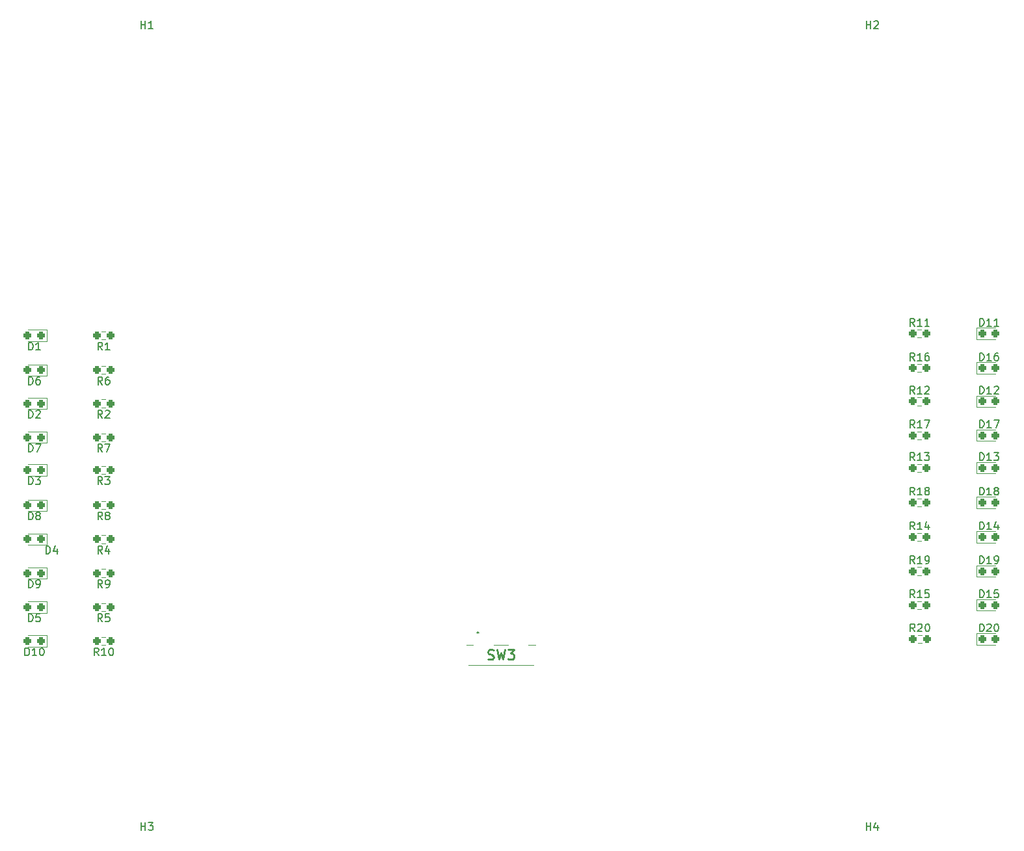
<source format=gto>
G04 #@! TF.GenerationSoftware,KiCad,Pcbnew,8.0.5*
G04 #@! TF.CreationDate,2025-02-21T17:38:32-06:00*
G04 #@! TF.ProjectId,ArmorPlate,41726d6f-7250-46c6-9174-652e6b696361,rev?*
G04 #@! TF.SameCoordinates,Original*
G04 #@! TF.FileFunction,Legend,Top*
G04 #@! TF.FilePolarity,Positive*
%FSLAX46Y46*%
G04 Gerber Fmt 4.6, Leading zero omitted, Abs format (unit mm)*
G04 Created by KiCad (PCBNEW 8.0.5) date 2025-02-21 17:38:32*
%MOMM*%
%LPD*%
G01*
G04 APERTURE LIST*
G04 Aperture macros list*
%AMRoundRect*
0 Rectangle with rounded corners*
0 $1 Rounding radius*
0 $2 $3 $4 $5 $6 $7 $8 $9 X,Y pos of 4 corners*
0 Add a 4 corners polygon primitive as box body*
4,1,4,$2,$3,$4,$5,$6,$7,$8,$9,$2,$3,0*
0 Add four circle primitives for the rounded corners*
1,1,$1+$1,$2,$3*
1,1,$1+$1,$4,$5*
1,1,$1+$1,$6,$7*
1,1,$1+$1,$8,$9*
0 Add four rect primitives between the rounded corners*
20,1,$1+$1,$2,$3,$4,$5,0*
20,1,$1+$1,$4,$5,$6,$7,0*
20,1,$1+$1,$6,$7,$8,$9,0*
20,1,$1+$1,$8,$9,$2,$3,0*%
G04 Aperture macros list end*
%ADD10C,0.150000*%
%ADD11C,0.254000*%
%ADD12C,0.120000*%
%ADD13C,0.100000*%
%ADD14C,0.200000*%
%ADD15RoundRect,0.237500X0.250000X0.237500X-0.250000X0.237500X-0.250000X-0.237500X0.250000X-0.237500X0*%
%ADD16C,0.900000*%
%ADD17R,0.700000X1.500000*%
%ADD18R,1.000000X0.800000*%
%ADD19RoundRect,0.237500X-0.250000X-0.237500X0.250000X-0.237500X0.250000X0.237500X-0.250000X0.237500X0*%
%ADD20RoundRect,0.237500X0.287500X0.237500X-0.287500X0.237500X-0.287500X-0.237500X0.287500X-0.237500X0*%
%ADD21RoundRect,0.237500X-0.287500X-0.237500X0.287500X-0.237500X0.287500X0.237500X-0.287500X0.237500X0*%
%ADD22C,4.500000*%
%ADD23C,3.450000*%
%ADD24R,2.000000X2.000000*%
%ADD25C,2.000000*%
G04 APERTURE END LIST*
D10*
X96765833Y-99230378D02*
X96432500Y-98754187D01*
X96194405Y-99230378D02*
X96194405Y-98230378D01*
X96194405Y-98230378D02*
X96575357Y-98230378D01*
X96575357Y-98230378D02*
X96670595Y-98277997D01*
X96670595Y-98277997D02*
X96718214Y-98325616D01*
X96718214Y-98325616D02*
X96765833Y-98420854D01*
X96765833Y-98420854D02*
X96765833Y-98563711D01*
X96765833Y-98563711D02*
X96718214Y-98658949D01*
X96718214Y-98658949D02*
X96670595Y-98706568D01*
X96670595Y-98706568D02*
X96575357Y-98754187D01*
X96575357Y-98754187D02*
X96194405Y-98754187D01*
X97337262Y-98658949D02*
X97242024Y-98611330D01*
X97242024Y-98611330D02*
X97194405Y-98563711D01*
X97194405Y-98563711D02*
X97146786Y-98468473D01*
X97146786Y-98468473D02*
X97146786Y-98420854D01*
X97146786Y-98420854D02*
X97194405Y-98325616D01*
X97194405Y-98325616D02*
X97242024Y-98277997D01*
X97242024Y-98277997D02*
X97337262Y-98230378D01*
X97337262Y-98230378D02*
X97527738Y-98230378D01*
X97527738Y-98230378D02*
X97622976Y-98277997D01*
X97622976Y-98277997D02*
X97670595Y-98325616D01*
X97670595Y-98325616D02*
X97718214Y-98420854D01*
X97718214Y-98420854D02*
X97718214Y-98468473D01*
X97718214Y-98468473D02*
X97670595Y-98563711D01*
X97670595Y-98563711D02*
X97622976Y-98611330D01*
X97622976Y-98611330D02*
X97527738Y-98658949D01*
X97527738Y-98658949D02*
X97337262Y-98658949D01*
X97337262Y-98658949D02*
X97242024Y-98706568D01*
X97242024Y-98706568D02*
X97194405Y-98754187D01*
X97194405Y-98754187D02*
X97146786Y-98849425D01*
X97146786Y-98849425D02*
X97146786Y-99039901D01*
X97146786Y-99039901D02*
X97194405Y-99135139D01*
X97194405Y-99135139D02*
X97242024Y-99182759D01*
X97242024Y-99182759D02*
X97337262Y-99230378D01*
X97337262Y-99230378D02*
X97527738Y-99230378D01*
X97527738Y-99230378D02*
X97622976Y-99182759D01*
X97622976Y-99182759D02*
X97670595Y-99135139D01*
X97670595Y-99135139D02*
X97718214Y-99039901D01*
X97718214Y-99039901D02*
X97718214Y-98849425D01*
X97718214Y-98849425D02*
X97670595Y-98754187D01*
X97670595Y-98754187D02*
X97622976Y-98706568D01*
X97622976Y-98706568D02*
X97527738Y-98658949D01*
D11*
X146936666Y-117353842D02*
X147118095Y-117414318D01*
X147118095Y-117414318D02*
X147420476Y-117414318D01*
X147420476Y-117414318D02*
X147541428Y-117353842D01*
X147541428Y-117353842D02*
X147601904Y-117293365D01*
X147601904Y-117293365D02*
X147662381Y-117172413D01*
X147662381Y-117172413D02*
X147662381Y-117051461D01*
X147662381Y-117051461D02*
X147601904Y-116930508D01*
X147601904Y-116930508D02*
X147541428Y-116870032D01*
X147541428Y-116870032D02*
X147420476Y-116809556D01*
X147420476Y-116809556D02*
X147178571Y-116749080D01*
X147178571Y-116749080D02*
X147057619Y-116688603D01*
X147057619Y-116688603D02*
X146997142Y-116628127D01*
X146997142Y-116628127D02*
X146936666Y-116507175D01*
X146936666Y-116507175D02*
X146936666Y-116386222D01*
X146936666Y-116386222D02*
X146997142Y-116265270D01*
X146997142Y-116265270D02*
X147057619Y-116204794D01*
X147057619Y-116204794D02*
X147178571Y-116144318D01*
X147178571Y-116144318D02*
X147480952Y-116144318D01*
X147480952Y-116144318D02*
X147662381Y-116204794D01*
X148085714Y-116144318D02*
X148388095Y-117414318D01*
X148388095Y-117414318D02*
X148630000Y-116507175D01*
X148630000Y-116507175D02*
X148871905Y-117414318D01*
X148871905Y-117414318D02*
X149174286Y-116144318D01*
X149537143Y-116144318D02*
X150323334Y-116144318D01*
X150323334Y-116144318D02*
X149900000Y-116628127D01*
X149900000Y-116628127D02*
X150081429Y-116628127D01*
X150081429Y-116628127D02*
X150202381Y-116688603D01*
X150202381Y-116688603D02*
X150262857Y-116749080D01*
X150262857Y-116749080D02*
X150323334Y-116870032D01*
X150323334Y-116870032D02*
X150323334Y-117172413D01*
X150323334Y-117172413D02*
X150262857Y-117293365D01*
X150262857Y-117293365D02*
X150202381Y-117353842D01*
X150202381Y-117353842D02*
X150081429Y-117414318D01*
X150081429Y-117414318D02*
X149718572Y-117414318D01*
X149718572Y-117414318D02*
X149597619Y-117353842D01*
X149597619Y-117353842D02*
X149537143Y-117293365D01*
D10*
X202474642Y-96001482D02*
X202141309Y-95525291D01*
X201903214Y-96001482D02*
X201903214Y-95001482D01*
X201903214Y-95001482D02*
X202284166Y-95001482D01*
X202284166Y-95001482D02*
X202379404Y-95049101D01*
X202379404Y-95049101D02*
X202427023Y-95096720D01*
X202427023Y-95096720D02*
X202474642Y-95191958D01*
X202474642Y-95191958D02*
X202474642Y-95334815D01*
X202474642Y-95334815D02*
X202427023Y-95430053D01*
X202427023Y-95430053D02*
X202379404Y-95477672D01*
X202379404Y-95477672D02*
X202284166Y-95525291D01*
X202284166Y-95525291D02*
X201903214Y-95525291D01*
X203427023Y-96001482D02*
X202855595Y-96001482D01*
X203141309Y-96001482D02*
X203141309Y-95001482D01*
X203141309Y-95001482D02*
X203046071Y-95144339D01*
X203046071Y-95144339D02*
X202950833Y-95239577D01*
X202950833Y-95239577D02*
X202855595Y-95287196D01*
X203998452Y-95430053D02*
X203903214Y-95382434D01*
X203903214Y-95382434D02*
X203855595Y-95334815D01*
X203855595Y-95334815D02*
X203807976Y-95239577D01*
X203807976Y-95239577D02*
X203807976Y-95191958D01*
X203807976Y-95191958D02*
X203855595Y-95096720D01*
X203855595Y-95096720D02*
X203903214Y-95049101D01*
X203903214Y-95049101D02*
X203998452Y-95001482D01*
X203998452Y-95001482D02*
X204188928Y-95001482D01*
X204188928Y-95001482D02*
X204284166Y-95049101D01*
X204284166Y-95049101D02*
X204331785Y-95096720D01*
X204331785Y-95096720D02*
X204379404Y-95191958D01*
X204379404Y-95191958D02*
X204379404Y-95239577D01*
X204379404Y-95239577D02*
X204331785Y-95334815D01*
X204331785Y-95334815D02*
X204284166Y-95382434D01*
X204284166Y-95382434D02*
X204188928Y-95430053D01*
X204188928Y-95430053D02*
X203998452Y-95430053D01*
X203998452Y-95430053D02*
X203903214Y-95477672D01*
X203903214Y-95477672D02*
X203855595Y-95525291D01*
X203855595Y-95525291D02*
X203807976Y-95620529D01*
X203807976Y-95620529D02*
X203807976Y-95811005D01*
X203807976Y-95811005D02*
X203855595Y-95906243D01*
X203855595Y-95906243D02*
X203903214Y-95953863D01*
X203903214Y-95953863D02*
X203998452Y-96001482D01*
X203998452Y-96001482D02*
X204188928Y-96001482D01*
X204188928Y-96001482D02*
X204284166Y-95953863D01*
X204284166Y-95953863D02*
X204331785Y-95906243D01*
X204331785Y-95906243D02*
X204379404Y-95811005D01*
X204379404Y-95811005D02*
X204379404Y-95620529D01*
X204379404Y-95620529D02*
X204331785Y-95525291D01*
X204331785Y-95525291D02*
X204284166Y-95477672D01*
X204284166Y-95477672D02*
X204188928Y-95430053D01*
X87166905Y-90388156D02*
X87166905Y-89388156D01*
X87166905Y-89388156D02*
X87405000Y-89388156D01*
X87405000Y-89388156D02*
X87547857Y-89435775D01*
X87547857Y-89435775D02*
X87643095Y-89531013D01*
X87643095Y-89531013D02*
X87690714Y-89626251D01*
X87690714Y-89626251D02*
X87738333Y-89816727D01*
X87738333Y-89816727D02*
X87738333Y-89959584D01*
X87738333Y-89959584D02*
X87690714Y-90150060D01*
X87690714Y-90150060D02*
X87643095Y-90245298D01*
X87643095Y-90245298D02*
X87547857Y-90340537D01*
X87547857Y-90340537D02*
X87405000Y-90388156D01*
X87405000Y-90388156D02*
X87166905Y-90388156D01*
X88071667Y-89388156D02*
X88738333Y-89388156D01*
X88738333Y-89388156D02*
X88309762Y-90388156D01*
X96765833Y-94624819D02*
X96432500Y-94148628D01*
X96194405Y-94624819D02*
X96194405Y-93624819D01*
X96194405Y-93624819D02*
X96575357Y-93624819D01*
X96575357Y-93624819D02*
X96670595Y-93672438D01*
X96670595Y-93672438D02*
X96718214Y-93720057D01*
X96718214Y-93720057D02*
X96765833Y-93815295D01*
X96765833Y-93815295D02*
X96765833Y-93958152D01*
X96765833Y-93958152D02*
X96718214Y-94053390D01*
X96718214Y-94053390D02*
X96670595Y-94101009D01*
X96670595Y-94101009D02*
X96575357Y-94148628D01*
X96575357Y-94148628D02*
X96194405Y-94148628D01*
X97099167Y-93624819D02*
X97718214Y-93624819D01*
X97718214Y-93624819D02*
X97384881Y-94005771D01*
X97384881Y-94005771D02*
X97527738Y-94005771D01*
X97527738Y-94005771D02*
X97622976Y-94053390D01*
X97622976Y-94053390D02*
X97670595Y-94101009D01*
X97670595Y-94101009D02*
X97718214Y-94196247D01*
X97718214Y-94196247D02*
X97718214Y-94434342D01*
X97718214Y-94434342D02*
X97670595Y-94529580D01*
X97670595Y-94529580D02*
X97622976Y-94577200D01*
X97622976Y-94577200D02*
X97527738Y-94624819D01*
X97527738Y-94624819D02*
X97242024Y-94624819D01*
X97242024Y-94624819D02*
X97146786Y-94577200D01*
X97146786Y-94577200D02*
X97099167Y-94529580D01*
X210930714Y-78501482D02*
X210930714Y-77501482D01*
X210930714Y-77501482D02*
X211168809Y-77501482D01*
X211168809Y-77501482D02*
X211311666Y-77549101D01*
X211311666Y-77549101D02*
X211406904Y-77644339D01*
X211406904Y-77644339D02*
X211454523Y-77739577D01*
X211454523Y-77739577D02*
X211502142Y-77930053D01*
X211502142Y-77930053D02*
X211502142Y-78072910D01*
X211502142Y-78072910D02*
X211454523Y-78263386D01*
X211454523Y-78263386D02*
X211406904Y-78358624D01*
X211406904Y-78358624D02*
X211311666Y-78453863D01*
X211311666Y-78453863D02*
X211168809Y-78501482D01*
X211168809Y-78501482D02*
X210930714Y-78501482D01*
X212454523Y-78501482D02*
X211883095Y-78501482D01*
X212168809Y-78501482D02*
X212168809Y-77501482D01*
X212168809Y-77501482D02*
X212073571Y-77644339D01*
X212073571Y-77644339D02*
X211978333Y-77739577D01*
X211978333Y-77739577D02*
X211883095Y-77787196D01*
X213311666Y-77501482D02*
X213121190Y-77501482D01*
X213121190Y-77501482D02*
X213025952Y-77549101D01*
X213025952Y-77549101D02*
X212978333Y-77596720D01*
X212978333Y-77596720D02*
X212883095Y-77739577D01*
X212883095Y-77739577D02*
X212835476Y-77930053D01*
X212835476Y-77930053D02*
X212835476Y-78311005D01*
X212835476Y-78311005D02*
X212883095Y-78406243D01*
X212883095Y-78406243D02*
X212930714Y-78453863D01*
X212930714Y-78453863D02*
X213025952Y-78501482D01*
X213025952Y-78501482D02*
X213216428Y-78501482D01*
X213216428Y-78501482D02*
X213311666Y-78453863D01*
X213311666Y-78453863D02*
X213359285Y-78406243D01*
X213359285Y-78406243D02*
X213406904Y-78311005D01*
X213406904Y-78311005D02*
X213406904Y-78072910D01*
X213406904Y-78072910D02*
X213359285Y-77977672D01*
X213359285Y-77977672D02*
X213311666Y-77930053D01*
X213311666Y-77930053D02*
X213216428Y-77882434D01*
X213216428Y-77882434D02*
X213025952Y-77882434D01*
X213025952Y-77882434D02*
X212930714Y-77930053D01*
X212930714Y-77930053D02*
X212883095Y-77977672D01*
X212883095Y-77977672D02*
X212835476Y-78072910D01*
X202474642Y-100501482D02*
X202141309Y-100025291D01*
X201903214Y-100501482D02*
X201903214Y-99501482D01*
X201903214Y-99501482D02*
X202284166Y-99501482D01*
X202284166Y-99501482D02*
X202379404Y-99549101D01*
X202379404Y-99549101D02*
X202427023Y-99596720D01*
X202427023Y-99596720D02*
X202474642Y-99691958D01*
X202474642Y-99691958D02*
X202474642Y-99834815D01*
X202474642Y-99834815D02*
X202427023Y-99930053D01*
X202427023Y-99930053D02*
X202379404Y-99977672D01*
X202379404Y-99977672D02*
X202284166Y-100025291D01*
X202284166Y-100025291D02*
X201903214Y-100025291D01*
X203427023Y-100501482D02*
X202855595Y-100501482D01*
X203141309Y-100501482D02*
X203141309Y-99501482D01*
X203141309Y-99501482D02*
X203046071Y-99644339D01*
X203046071Y-99644339D02*
X202950833Y-99739577D01*
X202950833Y-99739577D02*
X202855595Y-99787196D01*
X204284166Y-99834815D02*
X204284166Y-100501482D01*
X204046071Y-99453863D02*
X203807976Y-100168148D01*
X203807976Y-100168148D02*
X204427023Y-100168148D01*
X96765833Y-90388156D02*
X96432500Y-89911965D01*
X96194405Y-90388156D02*
X96194405Y-89388156D01*
X96194405Y-89388156D02*
X96575357Y-89388156D01*
X96575357Y-89388156D02*
X96670595Y-89435775D01*
X96670595Y-89435775D02*
X96718214Y-89483394D01*
X96718214Y-89483394D02*
X96765833Y-89578632D01*
X96765833Y-89578632D02*
X96765833Y-89721489D01*
X96765833Y-89721489D02*
X96718214Y-89816727D01*
X96718214Y-89816727D02*
X96670595Y-89864346D01*
X96670595Y-89864346D02*
X96575357Y-89911965D01*
X96575357Y-89911965D02*
X96194405Y-89911965D01*
X97099167Y-89388156D02*
X97765833Y-89388156D01*
X97765833Y-89388156D02*
X97337262Y-90388156D01*
X96765833Y-81624819D02*
X96432500Y-81148628D01*
X96194405Y-81624819D02*
X96194405Y-80624819D01*
X96194405Y-80624819D02*
X96575357Y-80624819D01*
X96575357Y-80624819D02*
X96670595Y-80672438D01*
X96670595Y-80672438D02*
X96718214Y-80720057D01*
X96718214Y-80720057D02*
X96765833Y-80815295D01*
X96765833Y-80815295D02*
X96765833Y-80958152D01*
X96765833Y-80958152D02*
X96718214Y-81053390D01*
X96718214Y-81053390D02*
X96670595Y-81101009D01*
X96670595Y-81101009D02*
X96575357Y-81148628D01*
X96575357Y-81148628D02*
X96194405Y-81148628D01*
X97622976Y-80624819D02*
X97432500Y-80624819D01*
X97432500Y-80624819D02*
X97337262Y-80672438D01*
X97337262Y-80672438D02*
X97289643Y-80720057D01*
X97289643Y-80720057D02*
X97194405Y-80862914D01*
X97194405Y-80862914D02*
X97146786Y-81053390D01*
X97146786Y-81053390D02*
X97146786Y-81434342D01*
X97146786Y-81434342D02*
X97194405Y-81529580D01*
X97194405Y-81529580D02*
X97242024Y-81577200D01*
X97242024Y-81577200D02*
X97337262Y-81624819D01*
X97337262Y-81624819D02*
X97527738Y-81624819D01*
X97527738Y-81624819D02*
X97622976Y-81577200D01*
X97622976Y-81577200D02*
X97670595Y-81529580D01*
X97670595Y-81529580D02*
X97718214Y-81434342D01*
X97718214Y-81434342D02*
X97718214Y-81196247D01*
X97718214Y-81196247D02*
X97670595Y-81101009D01*
X97670595Y-81101009D02*
X97622976Y-81053390D01*
X97622976Y-81053390D02*
X97527738Y-81005771D01*
X97527738Y-81005771D02*
X97337262Y-81005771D01*
X97337262Y-81005771D02*
X97242024Y-81053390D01*
X97242024Y-81053390D02*
X97194405Y-81101009D01*
X97194405Y-81101009D02*
X97146786Y-81196247D01*
X210930714Y-96001482D02*
X210930714Y-95001482D01*
X210930714Y-95001482D02*
X211168809Y-95001482D01*
X211168809Y-95001482D02*
X211311666Y-95049101D01*
X211311666Y-95049101D02*
X211406904Y-95144339D01*
X211406904Y-95144339D02*
X211454523Y-95239577D01*
X211454523Y-95239577D02*
X211502142Y-95430053D01*
X211502142Y-95430053D02*
X211502142Y-95572910D01*
X211502142Y-95572910D02*
X211454523Y-95763386D01*
X211454523Y-95763386D02*
X211406904Y-95858624D01*
X211406904Y-95858624D02*
X211311666Y-95953863D01*
X211311666Y-95953863D02*
X211168809Y-96001482D01*
X211168809Y-96001482D02*
X210930714Y-96001482D01*
X212454523Y-96001482D02*
X211883095Y-96001482D01*
X212168809Y-96001482D02*
X212168809Y-95001482D01*
X212168809Y-95001482D02*
X212073571Y-95144339D01*
X212073571Y-95144339D02*
X211978333Y-95239577D01*
X211978333Y-95239577D02*
X211883095Y-95287196D01*
X213025952Y-95430053D02*
X212930714Y-95382434D01*
X212930714Y-95382434D02*
X212883095Y-95334815D01*
X212883095Y-95334815D02*
X212835476Y-95239577D01*
X212835476Y-95239577D02*
X212835476Y-95191958D01*
X212835476Y-95191958D02*
X212883095Y-95096720D01*
X212883095Y-95096720D02*
X212930714Y-95049101D01*
X212930714Y-95049101D02*
X213025952Y-95001482D01*
X213025952Y-95001482D02*
X213216428Y-95001482D01*
X213216428Y-95001482D02*
X213311666Y-95049101D01*
X213311666Y-95049101D02*
X213359285Y-95096720D01*
X213359285Y-95096720D02*
X213406904Y-95191958D01*
X213406904Y-95191958D02*
X213406904Y-95239577D01*
X213406904Y-95239577D02*
X213359285Y-95334815D01*
X213359285Y-95334815D02*
X213311666Y-95382434D01*
X213311666Y-95382434D02*
X213216428Y-95430053D01*
X213216428Y-95430053D02*
X213025952Y-95430053D01*
X213025952Y-95430053D02*
X212930714Y-95477672D01*
X212930714Y-95477672D02*
X212883095Y-95525291D01*
X212883095Y-95525291D02*
X212835476Y-95620529D01*
X212835476Y-95620529D02*
X212835476Y-95811005D01*
X212835476Y-95811005D02*
X212883095Y-95906243D01*
X212883095Y-95906243D02*
X212930714Y-95953863D01*
X212930714Y-95953863D02*
X213025952Y-96001482D01*
X213025952Y-96001482D02*
X213216428Y-96001482D01*
X213216428Y-96001482D02*
X213311666Y-95953863D01*
X213311666Y-95953863D02*
X213359285Y-95906243D01*
X213359285Y-95906243D02*
X213406904Y-95811005D01*
X213406904Y-95811005D02*
X213406904Y-95620529D01*
X213406904Y-95620529D02*
X213359285Y-95525291D01*
X213359285Y-95525291D02*
X213311666Y-95477672D01*
X213311666Y-95477672D02*
X213216428Y-95430053D01*
X86690714Y-116914823D02*
X86690714Y-115914823D01*
X86690714Y-115914823D02*
X86928809Y-115914823D01*
X86928809Y-115914823D02*
X87071666Y-115962442D01*
X87071666Y-115962442D02*
X87166904Y-116057680D01*
X87166904Y-116057680D02*
X87214523Y-116152918D01*
X87214523Y-116152918D02*
X87262142Y-116343394D01*
X87262142Y-116343394D02*
X87262142Y-116486251D01*
X87262142Y-116486251D02*
X87214523Y-116676727D01*
X87214523Y-116676727D02*
X87166904Y-116771965D01*
X87166904Y-116771965D02*
X87071666Y-116867204D01*
X87071666Y-116867204D02*
X86928809Y-116914823D01*
X86928809Y-116914823D02*
X86690714Y-116914823D01*
X88214523Y-116914823D02*
X87643095Y-116914823D01*
X87928809Y-116914823D02*
X87928809Y-115914823D01*
X87928809Y-115914823D02*
X87833571Y-116057680D01*
X87833571Y-116057680D02*
X87738333Y-116152918D01*
X87738333Y-116152918D02*
X87643095Y-116200537D01*
X88833571Y-115914823D02*
X88928809Y-115914823D01*
X88928809Y-115914823D02*
X89024047Y-115962442D01*
X89024047Y-115962442D02*
X89071666Y-116010061D01*
X89071666Y-116010061D02*
X89119285Y-116105299D01*
X89119285Y-116105299D02*
X89166904Y-116295775D01*
X89166904Y-116295775D02*
X89166904Y-116533870D01*
X89166904Y-116533870D02*
X89119285Y-116724346D01*
X89119285Y-116724346D02*
X89071666Y-116819584D01*
X89071666Y-116819584D02*
X89024047Y-116867204D01*
X89024047Y-116867204D02*
X88928809Y-116914823D01*
X88928809Y-116914823D02*
X88833571Y-116914823D01*
X88833571Y-116914823D02*
X88738333Y-116867204D01*
X88738333Y-116867204D02*
X88690714Y-116819584D01*
X88690714Y-116819584D02*
X88643095Y-116724346D01*
X88643095Y-116724346D02*
X88595476Y-116533870D01*
X88595476Y-116533870D02*
X88595476Y-116295775D01*
X88595476Y-116295775D02*
X88643095Y-116105299D01*
X88643095Y-116105299D02*
X88690714Y-116010061D01*
X88690714Y-116010061D02*
X88738333Y-115962442D01*
X88738333Y-115962442D02*
X88833571Y-115914823D01*
X89431905Y-103651489D02*
X89431905Y-102651489D01*
X89431905Y-102651489D02*
X89670000Y-102651489D01*
X89670000Y-102651489D02*
X89812857Y-102699108D01*
X89812857Y-102699108D02*
X89908095Y-102794346D01*
X89908095Y-102794346D02*
X89955714Y-102889584D01*
X89955714Y-102889584D02*
X90003333Y-103080060D01*
X90003333Y-103080060D02*
X90003333Y-103222917D01*
X90003333Y-103222917D02*
X89955714Y-103413393D01*
X89955714Y-103413393D02*
X89908095Y-103508631D01*
X89908095Y-103508631D02*
X89812857Y-103603870D01*
X89812857Y-103603870D02*
X89670000Y-103651489D01*
X89670000Y-103651489D02*
X89431905Y-103651489D01*
X90860476Y-102984822D02*
X90860476Y-103651489D01*
X90622381Y-102603870D02*
X90384286Y-103318155D01*
X90384286Y-103318155D02*
X91003333Y-103318155D01*
X87166905Y-108072600D02*
X87166905Y-107072600D01*
X87166905Y-107072600D02*
X87405000Y-107072600D01*
X87405000Y-107072600D02*
X87547857Y-107120219D01*
X87547857Y-107120219D02*
X87643095Y-107215457D01*
X87643095Y-107215457D02*
X87690714Y-107310695D01*
X87690714Y-107310695D02*
X87738333Y-107501171D01*
X87738333Y-107501171D02*
X87738333Y-107644028D01*
X87738333Y-107644028D02*
X87690714Y-107834504D01*
X87690714Y-107834504D02*
X87643095Y-107929742D01*
X87643095Y-107929742D02*
X87547857Y-108024981D01*
X87547857Y-108024981D02*
X87405000Y-108072600D01*
X87405000Y-108072600D02*
X87166905Y-108072600D01*
X88214524Y-108072600D02*
X88405000Y-108072600D01*
X88405000Y-108072600D02*
X88500238Y-108024981D01*
X88500238Y-108024981D02*
X88547857Y-107977361D01*
X88547857Y-107977361D02*
X88643095Y-107834504D01*
X88643095Y-107834504D02*
X88690714Y-107644028D01*
X88690714Y-107644028D02*
X88690714Y-107263076D01*
X88690714Y-107263076D02*
X88643095Y-107167838D01*
X88643095Y-107167838D02*
X88595476Y-107120219D01*
X88595476Y-107120219D02*
X88500238Y-107072600D01*
X88500238Y-107072600D02*
X88309762Y-107072600D01*
X88309762Y-107072600D02*
X88214524Y-107120219D01*
X88214524Y-107120219D02*
X88166905Y-107167838D01*
X88166905Y-107167838D02*
X88119286Y-107263076D01*
X88119286Y-107263076D02*
X88119286Y-107501171D01*
X88119286Y-107501171D02*
X88166905Y-107596409D01*
X88166905Y-107596409D02*
X88214524Y-107644028D01*
X88214524Y-107644028D02*
X88309762Y-107691647D01*
X88309762Y-107691647D02*
X88500238Y-107691647D01*
X88500238Y-107691647D02*
X88595476Y-107644028D01*
X88595476Y-107644028D02*
X88643095Y-107596409D01*
X88643095Y-107596409D02*
X88690714Y-107501171D01*
X210930714Y-113791486D02*
X210930714Y-112791486D01*
X210930714Y-112791486D02*
X211168809Y-112791486D01*
X211168809Y-112791486D02*
X211311666Y-112839105D01*
X211311666Y-112839105D02*
X211406904Y-112934343D01*
X211406904Y-112934343D02*
X211454523Y-113029581D01*
X211454523Y-113029581D02*
X211502142Y-113220057D01*
X211502142Y-113220057D02*
X211502142Y-113362914D01*
X211502142Y-113362914D02*
X211454523Y-113553390D01*
X211454523Y-113553390D02*
X211406904Y-113648628D01*
X211406904Y-113648628D02*
X211311666Y-113743867D01*
X211311666Y-113743867D02*
X211168809Y-113791486D01*
X211168809Y-113791486D02*
X210930714Y-113791486D01*
X211883095Y-112886724D02*
X211930714Y-112839105D01*
X211930714Y-112839105D02*
X212025952Y-112791486D01*
X212025952Y-112791486D02*
X212264047Y-112791486D01*
X212264047Y-112791486D02*
X212359285Y-112839105D01*
X212359285Y-112839105D02*
X212406904Y-112886724D01*
X212406904Y-112886724D02*
X212454523Y-112981962D01*
X212454523Y-112981962D02*
X212454523Y-113077200D01*
X212454523Y-113077200D02*
X212406904Y-113220057D01*
X212406904Y-113220057D02*
X211835476Y-113791486D01*
X211835476Y-113791486D02*
X212454523Y-113791486D01*
X213073571Y-112791486D02*
X213168809Y-112791486D01*
X213168809Y-112791486D02*
X213264047Y-112839105D01*
X213264047Y-112839105D02*
X213311666Y-112886724D01*
X213311666Y-112886724D02*
X213359285Y-112981962D01*
X213359285Y-112981962D02*
X213406904Y-113172438D01*
X213406904Y-113172438D02*
X213406904Y-113410533D01*
X213406904Y-113410533D02*
X213359285Y-113601009D01*
X213359285Y-113601009D02*
X213311666Y-113696247D01*
X213311666Y-113696247D02*
X213264047Y-113743867D01*
X213264047Y-113743867D02*
X213168809Y-113791486D01*
X213168809Y-113791486D02*
X213073571Y-113791486D01*
X213073571Y-113791486D02*
X212978333Y-113743867D01*
X212978333Y-113743867D02*
X212930714Y-113696247D01*
X212930714Y-113696247D02*
X212883095Y-113601009D01*
X212883095Y-113601009D02*
X212835476Y-113410533D01*
X212835476Y-113410533D02*
X212835476Y-113172438D01*
X212835476Y-113172438D02*
X212883095Y-112981962D01*
X212883095Y-112981962D02*
X212930714Y-112886724D01*
X212930714Y-112886724D02*
X212978333Y-112839105D01*
X212978333Y-112839105D02*
X213073571Y-112791486D01*
X96765833Y-77124823D02*
X96432500Y-76648632D01*
X96194405Y-77124823D02*
X96194405Y-76124823D01*
X96194405Y-76124823D02*
X96575357Y-76124823D01*
X96575357Y-76124823D02*
X96670595Y-76172442D01*
X96670595Y-76172442D02*
X96718214Y-76220061D01*
X96718214Y-76220061D02*
X96765833Y-76315299D01*
X96765833Y-76315299D02*
X96765833Y-76458156D01*
X96765833Y-76458156D02*
X96718214Y-76553394D01*
X96718214Y-76553394D02*
X96670595Y-76601013D01*
X96670595Y-76601013D02*
X96575357Y-76648632D01*
X96575357Y-76648632D02*
X96194405Y-76648632D01*
X97718214Y-77124823D02*
X97146786Y-77124823D01*
X97432500Y-77124823D02*
X97432500Y-76124823D01*
X97432500Y-76124823D02*
X97337262Y-76267680D01*
X97337262Y-76267680D02*
X97242024Y-76362918D01*
X97242024Y-76362918D02*
X97146786Y-76410537D01*
X96765833Y-108072600D02*
X96432500Y-107596409D01*
X96194405Y-108072600D02*
X96194405Y-107072600D01*
X96194405Y-107072600D02*
X96575357Y-107072600D01*
X96575357Y-107072600D02*
X96670595Y-107120219D01*
X96670595Y-107120219D02*
X96718214Y-107167838D01*
X96718214Y-107167838D02*
X96765833Y-107263076D01*
X96765833Y-107263076D02*
X96765833Y-107405933D01*
X96765833Y-107405933D02*
X96718214Y-107501171D01*
X96718214Y-107501171D02*
X96670595Y-107548790D01*
X96670595Y-107548790D02*
X96575357Y-107596409D01*
X96575357Y-107596409D02*
X96194405Y-107596409D01*
X97242024Y-108072600D02*
X97432500Y-108072600D01*
X97432500Y-108072600D02*
X97527738Y-108024981D01*
X97527738Y-108024981D02*
X97575357Y-107977361D01*
X97575357Y-107977361D02*
X97670595Y-107834504D01*
X97670595Y-107834504D02*
X97718214Y-107644028D01*
X97718214Y-107644028D02*
X97718214Y-107263076D01*
X97718214Y-107263076D02*
X97670595Y-107167838D01*
X97670595Y-107167838D02*
X97622976Y-107120219D01*
X97622976Y-107120219D02*
X97527738Y-107072600D01*
X97527738Y-107072600D02*
X97337262Y-107072600D01*
X97337262Y-107072600D02*
X97242024Y-107120219D01*
X97242024Y-107120219D02*
X97194405Y-107167838D01*
X97194405Y-107167838D02*
X97146786Y-107263076D01*
X97146786Y-107263076D02*
X97146786Y-107501171D01*
X97146786Y-107501171D02*
X97194405Y-107596409D01*
X97194405Y-107596409D02*
X97242024Y-107644028D01*
X97242024Y-107644028D02*
X97337262Y-107691647D01*
X97337262Y-107691647D02*
X97527738Y-107691647D01*
X97527738Y-107691647D02*
X97622976Y-107644028D01*
X97622976Y-107644028D02*
X97670595Y-107596409D01*
X97670595Y-107596409D02*
X97718214Y-107501171D01*
X96765833Y-103651489D02*
X96432500Y-103175298D01*
X96194405Y-103651489D02*
X96194405Y-102651489D01*
X96194405Y-102651489D02*
X96575357Y-102651489D01*
X96575357Y-102651489D02*
X96670595Y-102699108D01*
X96670595Y-102699108D02*
X96718214Y-102746727D01*
X96718214Y-102746727D02*
X96765833Y-102841965D01*
X96765833Y-102841965D02*
X96765833Y-102984822D01*
X96765833Y-102984822D02*
X96718214Y-103080060D01*
X96718214Y-103080060D02*
X96670595Y-103127679D01*
X96670595Y-103127679D02*
X96575357Y-103175298D01*
X96575357Y-103175298D02*
X96194405Y-103175298D01*
X97622976Y-102984822D02*
X97622976Y-103651489D01*
X97384881Y-102603870D02*
X97146786Y-103318155D01*
X97146786Y-103318155D02*
X97765833Y-103318155D01*
X210930714Y-82843708D02*
X210930714Y-81843708D01*
X210930714Y-81843708D02*
X211168809Y-81843708D01*
X211168809Y-81843708D02*
X211311666Y-81891327D01*
X211311666Y-81891327D02*
X211406904Y-81986565D01*
X211406904Y-81986565D02*
X211454523Y-82081803D01*
X211454523Y-82081803D02*
X211502142Y-82272279D01*
X211502142Y-82272279D02*
X211502142Y-82415136D01*
X211502142Y-82415136D02*
X211454523Y-82605612D01*
X211454523Y-82605612D02*
X211406904Y-82700850D01*
X211406904Y-82700850D02*
X211311666Y-82796089D01*
X211311666Y-82796089D02*
X211168809Y-82843708D01*
X211168809Y-82843708D02*
X210930714Y-82843708D01*
X212454523Y-82843708D02*
X211883095Y-82843708D01*
X212168809Y-82843708D02*
X212168809Y-81843708D01*
X212168809Y-81843708D02*
X212073571Y-81986565D01*
X212073571Y-81986565D02*
X211978333Y-82081803D01*
X211978333Y-82081803D02*
X211883095Y-82129422D01*
X212835476Y-81938946D02*
X212883095Y-81891327D01*
X212883095Y-81891327D02*
X212978333Y-81843708D01*
X212978333Y-81843708D02*
X213216428Y-81843708D01*
X213216428Y-81843708D02*
X213311666Y-81891327D01*
X213311666Y-81891327D02*
X213359285Y-81938946D01*
X213359285Y-81938946D02*
X213406904Y-82034184D01*
X213406904Y-82034184D02*
X213406904Y-82129422D01*
X213406904Y-82129422D02*
X213359285Y-82272279D01*
X213359285Y-82272279D02*
X212787857Y-82843708D01*
X212787857Y-82843708D02*
X213406904Y-82843708D01*
X202474642Y-87264819D02*
X202141309Y-86788628D01*
X201903214Y-87264819D02*
X201903214Y-86264819D01*
X201903214Y-86264819D02*
X202284166Y-86264819D01*
X202284166Y-86264819D02*
X202379404Y-86312438D01*
X202379404Y-86312438D02*
X202427023Y-86360057D01*
X202427023Y-86360057D02*
X202474642Y-86455295D01*
X202474642Y-86455295D02*
X202474642Y-86598152D01*
X202474642Y-86598152D02*
X202427023Y-86693390D01*
X202427023Y-86693390D02*
X202379404Y-86741009D01*
X202379404Y-86741009D02*
X202284166Y-86788628D01*
X202284166Y-86788628D02*
X201903214Y-86788628D01*
X203427023Y-87264819D02*
X202855595Y-87264819D01*
X203141309Y-87264819D02*
X203141309Y-86264819D01*
X203141309Y-86264819D02*
X203046071Y-86407676D01*
X203046071Y-86407676D02*
X202950833Y-86502914D01*
X202950833Y-86502914D02*
X202855595Y-86550533D01*
X203760357Y-86264819D02*
X204427023Y-86264819D01*
X204427023Y-86264819D02*
X203998452Y-87264819D01*
X210930714Y-100501482D02*
X210930714Y-99501482D01*
X210930714Y-99501482D02*
X211168809Y-99501482D01*
X211168809Y-99501482D02*
X211311666Y-99549101D01*
X211311666Y-99549101D02*
X211406904Y-99644339D01*
X211406904Y-99644339D02*
X211454523Y-99739577D01*
X211454523Y-99739577D02*
X211502142Y-99930053D01*
X211502142Y-99930053D02*
X211502142Y-100072910D01*
X211502142Y-100072910D02*
X211454523Y-100263386D01*
X211454523Y-100263386D02*
X211406904Y-100358624D01*
X211406904Y-100358624D02*
X211311666Y-100453863D01*
X211311666Y-100453863D02*
X211168809Y-100501482D01*
X211168809Y-100501482D02*
X210930714Y-100501482D01*
X212454523Y-100501482D02*
X211883095Y-100501482D01*
X212168809Y-100501482D02*
X212168809Y-99501482D01*
X212168809Y-99501482D02*
X212073571Y-99644339D01*
X212073571Y-99644339D02*
X211978333Y-99739577D01*
X211978333Y-99739577D02*
X211883095Y-99787196D01*
X213311666Y-99834815D02*
X213311666Y-100501482D01*
X213073571Y-99453863D02*
X212835476Y-100168148D01*
X212835476Y-100168148D02*
X213454523Y-100168148D01*
X210930714Y-91501482D02*
X210930714Y-90501482D01*
X210930714Y-90501482D02*
X211168809Y-90501482D01*
X211168809Y-90501482D02*
X211311666Y-90549101D01*
X211311666Y-90549101D02*
X211406904Y-90644339D01*
X211406904Y-90644339D02*
X211454523Y-90739577D01*
X211454523Y-90739577D02*
X211502142Y-90930053D01*
X211502142Y-90930053D02*
X211502142Y-91072910D01*
X211502142Y-91072910D02*
X211454523Y-91263386D01*
X211454523Y-91263386D02*
X211406904Y-91358624D01*
X211406904Y-91358624D02*
X211311666Y-91453863D01*
X211311666Y-91453863D02*
X211168809Y-91501482D01*
X211168809Y-91501482D02*
X210930714Y-91501482D01*
X212454523Y-91501482D02*
X211883095Y-91501482D01*
X212168809Y-91501482D02*
X212168809Y-90501482D01*
X212168809Y-90501482D02*
X212073571Y-90644339D01*
X212073571Y-90644339D02*
X211978333Y-90739577D01*
X211978333Y-90739577D02*
X211883095Y-90787196D01*
X212787857Y-90501482D02*
X213406904Y-90501482D01*
X213406904Y-90501482D02*
X213073571Y-90882434D01*
X213073571Y-90882434D02*
X213216428Y-90882434D01*
X213216428Y-90882434D02*
X213311666Y-90930053D01*
X213311666Y-90930053D02*
X213359285Y-90977672D01*
X213359285Y-90977672D02*
X213406904Y-91072910D01*
X213406904Y-91072910D02*
X213406904Y-91311005D01*
X213406904Y-91311005D02*
X213359285Y-91406243D01*
X213359285Y-91406243D02*
X213311666Y-91453863D01*
X213311666Y-91453863D02*
X213216428Y-91501482D01*
X213216428Y-91501482D02*
X212930714Y-91501482D01*
X212930714Y-91501482D02*
X212835476Y-91453863D01*
X212835476Y-91453863D02*
X212787857Y-91406243D01*
X101788095Y-139654819D02*
X101788095Y-138654819D01*
X101788095Y-139131009D02*
X102359523Y-139131009D01*
X102359523Y-139654819D02*
X102359523Y-138654819D01*
X102740476Y-138654819D02*
X103359523Y-138654819D01*
X103359523Y-138654819D02*
X103026190Y-139035771D01*
X103026190Y-139035771D02*
X103169047Y-139035771D01*
X103169047Y-139035771D02*
X103264285Y-139083390D01*
X103264285Y-139083390D02*
X103311904Y-139131009D01*
X103311904Y-139131009D02*
X103359523Y-139226247D01*
X103359523Y-139226247D02*
X103359523Y-139464342D01*
X103359523Y-139464342D02*
X103311904Y-139559580D01*
X103311904Y-139559580D02*
X103264285Y-139607200D01*
X103264285Y-139607200D02*
X103169047Y-139654819D01*
X103169047Y-139654819D02*
X102883333Y-139654819D01*
X102883333Y-139654819D02*
X102788095Y-139607200D01*
X102788095Y-139607200D02*
X102740476Y-139559580D01*
X202502142Y-113791486D02*
X202168809Y-113315295D01*
X201930714Y-113791486D02*
X201930714Y-112791486D01*
X201930714Y-112791486D02*
X202311666Y-112791486D01*
X202311666Y-112791486D02*
X202406904Y-112839105D01*
X202406904Y-112839105D02*
X202454523Y-112886724D01*
X202454523Y-112886724D02*
X202502142Y-112981962D01*
X202502142Y-112981962D02*
X202502142Y-113124819D01*
X202502142Y-113124819D02*
X202454523Y-113220057D01*
X202454523Y-113220057D02*
X202406904Y-113267676D01*
X202406904Y-113267676D02*
X202311666Y-113315295D01*
X202311666Y-113315295D02*
X201930714Y-113315295D01*
X202883095Y-112886724D02*
X202930714Y-112839105D01*
X202930714Y-112839105D02*
X203025952Y-112791486D01*
X203025952Y-112791486D02*
X203264047Y-112791486D01*
X203264047Y-112791486D02*
X203359285Y-112839105D01*
X203359285Y-112839105D02*
X203406904Y-112886724D01*
X203406904Y-112886724D02*
X203454523Y-112981962D01*
X203454523Y-112981962D02*
X203454523Y-113077200D01*
X203454523Y-113077200D02*
X203406904Y-113220057D01*
X203406904Y-113220057D02*
X202835476Y-113791486D01*
X202835476Y-113791486D02*
X203454523Y-113791486D01*
X204073571Y-112791486D02*
X204168809Y-112791486D01*
X204168809Y-112791486D02*
X204264047Y-112839105D01*
X204264047Y-112839105D02*
X204311666Y-112886724D01*
X204311666Y-112886724D02*
X204359285Y-112981962D01*
X204359285Y-112981962D02*
X204406904Y-113172438D01*
X204406904Y-113172438D02*
X204406904Y-113410533D01*
X204406904Y-113410533D02*
X204359285Y-113601009D01*
X204359285Y-113601009D02*
X204311666Y-113696247D01*
X204311666Y-113696247D02*
X204264047Y-113743867D01*
X204264047Y-113743867D02*
X204168809Y-113791486D01*
X204168809Y-113791486D02*
X204073571Y-113791486D01*
X204073571Y-113791486D02*
X203978333Y-113743867D01*
X203978333Y-113743867D02*
X203930714Y-113696247D01*
X203930714Y-113696247D02*
X203883095Y-113601009D01*
X203883095Y-113601009D02*
X203835476Y-113410533D01*
X203835476Y-113410533D02*
X203835476Y-113172438D01*
X203835476Y-113172438D02*
X203883095Y-112981962D01*
X203883095Y-112981962D02*
X203930714Y-112886724D01*
X203930714Y-112886724D02*
X203978333Y-112839105D01*
X203978333Y-112839105D02*
X204073571Y-112791486D01*
X87166905Y-85967045D02*
X87166905Y-84967045D01*
X87166905Y-84967045D02*
X87405000Y-84967045D01*
X87405000Y-84967045D02*
X87547857Y-85014664D01*
X87547857Y-85014664D02*
X87643095Y-85109902D01*
X87643095Y-85109902D02*
X87690714Y-85205140D01*
X87690714Y-85205140D02*
X87738333Y-85395616D01*
X87738333Y-85395616D02*
X87738333Y-85538473D01*
X87738333Y-85538473D02*
X87690714Y-85728949D01*
X87690714Y-85728949D02*
X87643095Y-85824187D01*
X87643095Y-85824187D02*
X87547857Y-85919426D01*
X87547857Y-85919426D02*
X87405000Y-85967045D01*
X87405000Y-85967045D02*
X87166905Y-85967045D01*
X88119286Y-85062283D02*
X88166905Y-85014664D01*
X88166905Y-85014664D02*
X88262143Y-84967045D01*
X88262143Y-84967045D02*
X88500238Y-84967045D01*
X88500238Y-84967045D02*
X88595476Y-85014664D01*
X88595476Y-85014664D02*
X88643095Y-85062283D01*
X88643095Y-85062283D02*
X88690714Y-85157521D01*
X88690714Y-85157521D02*
X88690714Y-85252759D01*
X88690714Y-85252759D02*
X88643095Y-85395616D01*
X88643095Y-85395616D02*
X88071667Y-85967045D01*
X88071667Y-85967045D02*
X88690714Y-85967045D01*
X202474642Y-78501482D02*
X202141309Y-78025291D01*
X201903214Y-78501482D02*
X201903214Y-77501482D01*
X201903214Y-77501482D02*
X202284166Y-77501482D01*
X202284166Y-77501482D02*
X202379404Y-77549101D01*
X202379404Y-77549101D02*
X202427023Y-77596720D01*
X202427023Y-77596720D02*
X202474642Y-77691958D01*
X202474642Y-77691958D02*
X202474642Y-77834815D01*
X202474642Y-77834815D02*
X202427023Y-77930053D01*
X202427023Y-77930053D02*
X202379404Y-77977672D01*
X202379404Y-77977672D02*
X202284166Y-78025291D01*
X202284166Y-78025291D02*
X201903214Y-78025291D01*
X203427023Y-78501482D02*
X202855595Y-78501482D01*
X203141309Y-78501482D02*
X203141309Y-77501482D01*
X203141309Y-77501482D02*
X203046071Y-77644339D01*
X203046071Y-77644339D02*
X202950833Y-77739577D01*
X202950833Y-77739577D02*
X202855595Y-77787196D01*
X204284166Y-77501482D02*
X204093690Y-77501482D01*
X204093690Y-77501482D02*
X203998452Y-77549101D01*
X203998452Y-77549101D02*
X203950833Y-77596720D01*
X203950833Y-77596720D02*
X203855595Y-77739577D01*
X203855595Y-77739577D02*
X203807976Y-77930053D01*
X203807976Y-77930053D02*
X203807976Y-78311005D01*
X203807976Y-78311005D02*
X203855595Y-78406243D01*
X203855595Y-78406243D02*
X203903214Y-78453863D01*
X203903214Y-78453863D02*
X203998452Y-78501482D01*
X203998452Y-78501482D02*
X204188928Y-78501482D01*
X204188928Y-78501482D02*
X204284166Y-78453863D01*
X204284166Y-78453863D02*
X204331785Y-78406243D01*
X204331785Y-78406243D02*
X204379404Y-78311005D01*
X204379404Y-78311005D02*
X204379404Y-78072910D01*
X204379404Y-78072910D02*
X204331785Y-77977672D01*
X204331785Y-77977672D02*
X204284166Y-77930053D01*
X204284166Y-77930053D02*
X204188928Y-77882434D01*
X204188928Y-77882434D02*
X203998452Y-77882434D01*
X203998452Y-77882434D02*
X203903214Y-77930053D01*
X203903214Y-77930053D02*
X203855595Y-77977672D01*
X203855595Y-77977672D02*
X203807976Y-78072910D01*
X87166905Y-77124823D02*
X87166905Y-76124823D01*
X87166905Y-76124823D02*
X87405000Y-76124823D01*
X87405000Y-76124823D02*
X87547857Y-76172442D01*
X87547857Y-76172442D02*
X87643095Y-76267680D01*
X87643095Y-76267680D02*
X87690714Y-76362918D01*
X87690714Y-76362918D02*
X87738333Y-76553394D01*
X87738333Y-76553394D02*
X87738333Y-76696251D01*
X87738333Y-76696251D02*
X87690714Y-76886727D01*
X87690714Y-76886727D02*
X87643095Y-76981965D01*
X87643095Y-76981965D02*
X87547857Y-77077204D01*
X87547857Y-77077204D02*
X87405000Y-77124823D01*
X87405000Y-77124823D02*
X87166905Y-77124823D01*
X88690714Y-77124823D02*
X88119286Y-77124823D01*
X88405000Y-77124823D02*
X88405000Y-76124823D01*
X88405000Y-76124823D02*
X88309762Y-76267680D01*
X88309762Y-76267680D02*
X88214524Y-76362918D01*
X88214524Y-76362918D02*
X88119286Y-76410537D01*
X210930714Y-87264819D02*
X210930714Y-86264819D01*
X210930714Y-86264819D02*
X211168809Y-86264819D01*
X211168809Y-86264819D02*
X211311666Y-86312438D01*
X211311666Y-86312438D02*
X211406904Y-86407676D01*
X211406904Y-86407676D02*
X211454523Y-86502914D01*
X211454523Y-86502914D02*
X211502142Y-86693390D01*
X211502142Y-86693390D02*
X211502142Y-86836247D01*
X211502142Y-86836247D02*
X211454523Y-87026723D01*
X211454523Y-87026723D02*
X211406904Y-87121961D01*
X211406904Y-87121961D02*
X211311666Y-87217200D01*
X211311666Y-87217200D02*
X211168809Y-87264819D01*
X211168809Y-87264819D02*
X210930714Y-87264819D01*
X212454523Y-87264819D02*
X211883095Y-87264819D01*
X212168809Y-87264819D02*
X212168809Y-86264819D01*
X212168809Y-86264819D02*
X212073571Y-86407676D01*
X212073571Y-86407676D02*
X211978333Y-86502914D01*
X211978333Y-86502914D02*
X211883095Y-86550533D01*
X212787857Y-86264819D02*
X213454523Y-86264819D01*
X213454523Y-86264819D02*
X213025952Y-87264819D01*
X101788095Y-35254819D02*
X101788095Y-34254819D01*
X101788095Y-34731009D02*
X102359523Y-34731009D01*
X102359523Y-35254819D02*
X102359523Y-34254819D01*
X103359523Y-35254819D02*
X102788095Y-35254819D01*
X103073809Y-35254819D02*
X103073809Y-34254819D01*
X103073809Y-34254819D02*
X102978571Y-34397676D01*
X102978571Y-34397676D02*
X102883333Y-34492914D01*
X102883333Y-34492914D02*
X102788095Y-34540533D01*
X210930714Y-109370374D02*
X210930714Y-108370374D01*
X210930714Y-108370374D02*
X211168809Y-108370374D01*
X211168809Y-108370374D02*
X211311666Y-108417993D01*
X211311666Y-108417993D02*
X211406904Y-108513231D01*
X211406904Y-108513231D02*
X211454523Y-108608469D01*
X211454523Y-108608469D02*
X211502142Y-108798945D01*
X211502142Y-108798945D02*
X211502142Y-108941802D01*
X211502142Y-108941802D02*
X211454523Y-109132278D01*
X211454523Y-109132278D02*
X211406904Y-109227516D01*
X211406904Y-109227516D02*
X211311666Y-109322755D01*
X211311666Y-109322755D02*
X211168809Y-109370374D01*
X211168809Y-109370374D02*
X210930714Y-109370374D01*
X212454523Y-109370374D02*
X211883095Y-109370374D01*
X212168809Y-109370374D02*
X212168809Y-108370374D01*
X212168809Y-108370374D02*
X212073571Y-108513231D01*
X212073571Y-108513231D02*
X211978333Y-108608469D01*
X211978333Y-108608469D02*
X211883095Y-108656088D01*
X213359285Y-108370374D02*
X212883095Y-108370374D01*
X212883095Y-108370374D02*
X212835476Y-108846564D01*
X212835476Y-108846564D02*
X212883095Y-108798945D01*
X212883095Y-108798945D02*
X212978333Y-108751326D01*
X212978333Y-108751326D02*
X213216428Y-108751326D01*
X213216428Y-108751326D02*
X213311666Y-108798945D01*
X213311666Y-108798945D02*
X213359285Y-108846564D01*
X213359285Y-108846564D02*
X213406904Y-108941802D01*
X213406904Y-108941802D02*
X213406904Y-109179897D01*
X213406904Y-109179897D02*
X213359285Y-109275135D01*
X213359285Y-109275135D02*
X213311666Y-109322755D01*
X213311666Y-109322755D02*
X213216428Y-109370374D01*
X213216428Y-109370374D02*
X212978333Y-109370374D01*
X212978333Y-109370374D02*
X212883095Y-109322755D01*
X212883095Y-109322755D02*
X212835476Y-109275135D01*
X202474642Y-82843708D02*
X202141309Y-82367517D01*
X201903214Y-82843708D02*
X201903214Y-81843708D01*
X201903214Y-81843708D02*
X202284166Y-81843708D01*
X202284166Y-81843708D02*
X202379404Y-81891327D01*
X202379404Y-81891327D02*
X202427023Y-81938946D01*
X202427023Y-81938946D02*
X202474642Y-82034184D01*
X202474642Y-82034184D02*
X202474642Y-82177041D01*
X202474642Y-82177041D02*
X202427023Y-82272279D01*
X202427023Y-82272279D02*
X202379404Y-82319898D01*
X202379404Y-82319898D02*
X202284166Y-82367517D01*
X202284166Y-82367517D02*
X201903214Y-82367517D01*
X203427023Y-82843708D02*
X202855595Y-82843708D01*
X203141309Y-82843708D02*
X203141309Y-81843708D01*
X203141309Y-81843708D02*
X203046071Y-81986565D01*
X203046071Y-81986565D02*
X202950833Y-82081803D01*
X202950833Y-82081803D02*
X202855595Y-82129422D01*
X203807976Y-81938946D02*
X203855595Y-81891327D01*
X203855595Y-81891327D02*
X203950833Y-81843708D01*
X203950833Y-81843708D02*
X204188928Y-81843708D01*
X204188928Y-81843708D02*
X204284166Y-81891327D01*
X204284166Y-81891327D02*
X204331785Y-81938946D01*
X204331785Y-81938946D02*
X204379404Y-82034184D01*
X204379404Y-82034184D02*
X204379404Y-82129422D01*
X204379404Y-82129422D02*
X204331785Y-82272279D01*
X204331785Y-82272279D02*
X203760357Y-82843708D01*
X203760357Y-82843708D02*
X204379404Y-82843708D01*
X210930714Y-104949263D02*
X210930714Y-103949263D01*
X210930714Y-103949263D02*
X211168809Y-103949263D01*
X211168809Y-103949263D02*
X211311666Y-103996882D01*
X211311666Y-103996882D02*
X211406904Y-104092120D01*
X211406904Y-104092120D02*
X211454523Y-104187358D01*
X211454523Y-104187358D02*
X211502142Y-104377834D01*
X211502142Y-104377834D02*
X211502142Y-104520691D01*
X211502142Y-104520691D02*
X211454523Y-104711167D01*
X211454523Y-104711167D02*
X211406904Y-104806405D01*
X211406904Y-104806405D02*
X211311666Y-104901644D01*
X211311666Y-104901644D02*
X211168809Y-104949263D01*
X211168809Y-104949263D02*
X210930714Y-104949263D01*
X212454523Y-104949263D02*
X211883095Y-104949263D01*
X212168809Y-104949263D02*
X212168809Y-103949263D01*
X212168809Y-103949263D02*
X212073571Y-104092120D01*
X212073571Y-104092120D02*
X211978333Y-104187358D01*
X211978333Y-104187358D02*
X211883095Y-104234977D01*
X212930714Y-104949263D02*
X213121190Y-104949263D01*
X213121190Y-104949263D02*
X213216428Y-104901644D01*
X213216428Y-104901644D02*
X213264047Y-104854024D01*
X213264047Y-104854024D02*
X213359285Y-104711167D01*
X213359285Y-104711167D02*
X213406904Y-104520691D01*
X213406904Y-104520691D02*
X213406904Y-104139739D01*
X213406904Y-104139739D02*
X213359285Y-104044501D01*
X213359285Y-104044501D02*
X213311666Y-103996882D01*
X213311666Y-103996882D02*
X213216428Y-103949263D01*
X213216428Y-103949263D02*
X213025952Y-103949263D01*
X213025952Y-103949263D02*
X212930714Y-103996882D01*
X212930714Y-103996882D02*
X212883095Y-104044501D01*
X212883095Y-104044501D02*
X212835476Y-104139739D01*
X212835476Y-104139739D02*
X212835476Y-104377834D01*
X212835476Y-104377834D02*
X212883095Y-104473072D01*
X212883095Y-104473072D02*
X212930714Y-104520691D01*
X212930714Y-104520691D02*
X213025952Y-104568310D01*
X213025952Y-104568310D02*
X213216428Y-104568310D01*
X213216428Y-104568310D02*
X213311666Y-104520691D01*
X213311666Y-104520691D02*
X213359285Y-104473072D01*
X213359285Y-104473072D02*
X213406904Y-104377834D01*
X210930714Y-74001482D02*
X210930714Y-73001482D01*
X210930714Y-73001482D02*
X211168809Y-73001482D01*
X211168809Y-73001482D02*
X211311666Y-73049101D01*
X211311666Y-73049101D02*
X211406904Y-73144339D01*
X211406904Y-73144339D02*
X211454523Y-73239577D01*
X211454523Y-73239577D02*
X211502142Y-73430053D01*
X211502142Y-73430053D02*
X211502142Y-73572910D01*
X211502142Y-73572910D02*
X211454523Y-73763386D01*
X211454523Y-73763386D02*
X211406904Y-73858624D01*
X211406904Y-73858624D02*
X211311666Y-73953863D01*
X211311666Y-73953863D02*
X211168809Y-74001482D01*
X211168809Y-74001482D02*
X210930714Y-74001482D01*
X212454523Y-74001482D02*
X211883095Y-74001482D01*
X212168809Y-74001482D02*
X212168809Y-73001482D01*
X212168809Y-73001482D02*
X212073571Y-73144339D01*
X212073571Y-73144339D02*
X211978333Y-73239577D01*
X211978333Y-73239577D02*
X211883095Y-73287196D01*
X213406904Y-74001482D02*
X212835476Y-74001482D01*
X213121190Y-74001482D02*
X213121190Y-73001482D01*
X213121190Y-73001482D02*
X213025952Y-73144339D01*
X213025952Y-73144339D02*
X212930714Y-73239577D01*
X212930714Y-73239577D02*
X212835476Y-73287196D01*
X87166905Y-81624819D02*
X87166905Y-80624819D01*
X87166905Y-80624819D02*
X87405000Y-80624819D01*
X87405000Y-80624819D02*
X87547857Y-80672438D01*
X87547857Y-80672438D02*
X87643095Y-80767676D01*
X87643095Y-80767676D02*
X87690714Y-80862914D01*
X87690714Y-80862914D02*
X87738333Y-81053390D01*
X87738333Y-81053390D02*
X87738333Y-81196247D01*
X87738333Y-81196247D02*
X87690714Y-81386723D01*
X87690714Y-81386723D02*
X87643095Y-81481961D01*
X87643095Y-81481961D02*
X87547857Y-81577200D01*
X87547857Y-81577200D02*
X87405000Y-81624819D01*
X87405000Y-81624819D02*
X87166905Y-81624819D01*
X88595476Y-80624819D02*
X88405000Y-80624819D01*
X88405000Y-80624819D02*
X88309762Y-80672438D01*
X88309762Y-80672438D02*
X88262143Y-80720057D01*
X88262143Y-80720057D02*
X88166905Y-80862914D01*
X88166905Y-80862914D02*
X88119286Y-81053390D01*
X88119286Y-81053390D02*
X88119286Y-81434342D01*
X88119286Y-81434342D02*
X88166905Y-81529580D01*
X88166905Y-81529580D02*
X88214524Y-81577200D01*
X88214524Y-81577200D02*
X88309762Y-81624819D01*
X88309762Y-81624819D02*
X88500238Y-81624819D01*
X88500238Y-81624819D02*
X88595476Y-81577200D01*
X88595476Y-81577200D02*
X88643095Y-81529580D01*
X88643095Y-81529580D02*
X88690714Y-81434342D01*
X88690714Y-81434342D02*
X88690714Y-81196247D01*
X88690714Y-81196247D02*
X88643095Y-81101009D01*
X88643095Y-81101009D02*
X88595476Y-81053390D01*
X88595476Y-81053390D02*
X88500238Y-81005771D01*
X88500238Y-81005771D02*
X88309762Y-81005771D01*
X88309762Y-81005771D02*
X88214524Y-81053390D01*
X88214524Y-81053390D02*
X88166905Y-81101009D01*
X88166905Y-81101009D02*
X88119286Y-81196247D01*
X196188095Y-35254819D02*
X196188095Y-34254819D01*
X196188095Y-34731009D02*
X196759523Y-34731009D01*
X196759523Y-35254819D02*
X196759523Y-34254819D01*
X197188095Y-34350057D02*
X197235714Y-34302438D01*
X197235714Y-34302438D02*
X197330952Y-34254819D01*
X197330952Y-34254819D02*
X197569047Y-34254819D01*
X197569047Y-34254819D02*
X197664285Y-34302438D01*
X197664285Y-34302438D02*
X197711904Y-34350057D01*
X197711904Y-34350057D02*
X197759523Y-34445295D01*
X197759523Y-34445295D02*
X197759523Y-34540533D01*
X197759523Y-34540533D02*
X197711904Y-34683390D01*
X197711904Y-34683390D02*
X197140476Y-35254819D01*
X197140476Y-35254819D02*
X197759523Y-35254819D01*
X202474642Y-104949263D02*
X202141309Y-104473072D01*
X201903214Y-104949263D02*
X201903214Y-103949263D01*
X201903214Y-103949263D02*
X202284166Y-103949263D01*
X202284166Y-103949263D02*
X202379404Y-103996882D01*
X202379404Y-103996882D02*
X202427023Y-104044501D01*
X202427023Y-104044501D02*
X202474642Y-104139739D01*
X202474642Y-104139739D02*
X202474642Y-104282596D01*
X202474642Y-104282596D02*
X202427023Y-104377834D01*
X202427023Y-104377834D02*
X202379404Y-104425453D01*
X202379404Y-104425453D02*
X202284166Y-104473072D01*
X202284166Y-104473072D02*
X201903214Y-104473072D01*
X203427023Y-104949263D02*
X202855595Y-104949263D01*
X203141309Y-104949263D02*
X203141309Y-103949263D01*
X203141309Y-103949263D02*
X203046071Y-104092120D01*
X203046071Y-104092120D02*
X202950833Y-104187358D01*
X202950833Y-104187358D02*
X202855595Y-104234977D01*
X203903214Y-104949263D02*
X204093690Y-104949263D01*
X204093690Y-104949263D02*
X204188928Y-104901644D01*
X204188928Y-104901644D02*
X204236547Y-104854024D01*
X204236547Y-104854024D02*
X204331785Y-104711167D01*
X204331785Y-104711167D02*
X204379404Y-104520691D01*
X204379404Y-104520691D02*
X204379404Y-104139739D01*
X204379404Y-104139739D02*
X204331785Y-104044501D01*
X204331785Y-104044501D02*
X204284166Y-103996882D01*
X204284166Y-103996882D02*
X204188928Y-103949263D01*
X204188928Y-103949263D02*
X203998452Y-103949263D01*
X203998452Y-103949263D02*
X203903214Y-103996882D01*
X203903214Y-103996882D02*
X203855595Y-104044501D01*
X203855595Y-104044501D02*
X203807976Y-104139739D01*
X203807976Y-104139739D02*
X203807976Y-104377834D01*
X203807976Y-104377834D02*
X203855595Y-104473072D01*
X203855595Y-104473072D02*
X203903214Y-104520691D01*
X203903214Y-104520691D02*
X203998452Y-104568310D01*
X203998452Y-104568310D02*
X204188928Y-104568310D01*
X204188928Y-104568310D02*
X204284166Y-104520691D01*
X204284166Y-104520691D02*
X204331785Y-104473072D01*
X204331785Y-104473072D02*
X204379404Y-104377834D01*
X96289642Y-116914823D02*
X95956309Y-116438632D01*
X95718214Y-116914823D02*
X95718214Y-115914823D01*
X95718214Y-115914823D02*
X96099166Y-115914823D01*
X96099166Y-115914823D02*
X96194404Y-115962442D01*
X96194404Y-115962442D02*
X96242023Y-116010061D01*
X96242023Y-116010061D02*
X96289642Y-116105299D01*
X96289642Y-116105299D02*
X96289642Y-116248156D01*
X96289642Y-116248156D02*
X96242023Y-116343394D01*
X96242023Y-116343394D02*
X96194404Y-116391013D01*
X96194404Y-116391013D02*
X96099166Y-116438632D01*
X96099166Y-116438632D02*
X95718214Y-116438632D01*
X97242023Y-116914823D02*
X96670595Y-116914823D01*
X96956309Y-116914823D02*
X96956309Y-115914823D01*
X96956309Y-115914823D02*
X96861071Y-116057680D01*
X96861071Y-116057680D02*
X96765833Y-116152918D01*
X96765833Y-116152918D02*
X96670595Y-116200537D01*
X97861071Y-115914823D02*
X97956309Y-115914823D01*
X97956309Y-115914823D02*
X98051547Y-115962442D01*
X98051547Y-115962442D02*
X98099166Y-116010061D01*
X98099166Y-116010061D02*
X98146785Y-116105299D01*
X98146785Y-116105299D02*
X98194404Y-116295775D01*
X98194404Y-116295775D02*
X98194404Y-116533870D01*
X98194404Y-116533870D02*
X98146785Y-116724346D01*
X98146785Y-116724346D02*
X98099166Y-116819584D01*
X98099166Y-116819584D02*
X98051547Y-116867204D01*
X98051547Y-116867204D02*
X97956309Y-116914823D01*
X97956309Y-116914823D02*
X97861071Y-116914823D01*
X97861071Y-116914823D02*
X97765833Y-116867204D01*
X97765833Y-116867204D02*
X97718214Y-116819584D01*
X97718214Y-116819584D02*
X97670595Y-116724346D01*
X97670595Y-116724346D02*
X97622976Y-116533870D01*
X97622976Y-116533870D02*
X97622976Y-116295775D01*
X97622976Y-116295775D02*
X97670595Y-116105299D01*
X97670595Y-116105299D02*
X97718214Y-116010061D01*
X97718214Y-116010061D02*
X97765833Y-115962442D01*
X97765833Y-115962442D02*
X97861071Y-115914823D01*
X202474642Y-74001482D02*
X202141309Y-73525291D01*
X201903214Y-74001482D02*
X201903214Y-73001482D01*
X201903214Y-73001482D02*
X202284166Y-73001482D01*
X202284166Y-73001482D02*
X202379404Y-73049101D01*
X202379404Y-73049101D02*
X202427023Y-73096720D01*
X202427023Y-73096720D02*
X202474642Y-73191958D01*
X202474642Y-73191958D02*
X202474642Y-73334815D01*
X202474642Y-73334815D02*
X202427023Y-73430053D01*
X202427023Y-73430053D02*
X202379404Y-73477672D01*
X202379404Y-73477672D02*
X202284166Y-73525291D01*
X202284166Y-73525291D02*
X201903214Y-73525291D01*
X203427023Y-74001482D02*
X202855595Y-74001482D01*
X203141309Y-74001482D02*
X203141309Y-73001482D01*
X203141309Y-73001482D02*
X203046071Y-73144339D01*
X203046071Y-73144339D02*
X202950833Y-73239577D01*
X202950833Y-73239577D02*
X202855595Y-73287196D01*
X204379404Y-74001482D02*
X203807976Y-74001482D01*
X204093690Y-74001482D02*
X204093690Y-73001482D01*
X204093690Y-73001482D02*
X203998452Y-73144339D01*
X203998452Y-73144339D02*
X203903214Y-73239577D01*
X203903214Y-73239577D02*
X203807976Y-73287196D01*
X202474642Y-91501482D02*
X202141309Y-91025291D01*
X201903214Y-91501482D02*
X201903214Y-90501482D01*
X201903214Y-90501482D02*
X202284166Y-90501482D01*
X202284166Y-90501482D02*
X202379404Y-90549101D01*
X202379404Y-90549101D02*
X202427023Y-90596720D01*
X202427023Y-90596720D02*
X202474642Y-90691958D01*
X202474642Y-90691958D02*
X202474642Y-90834815D01*
X202474642Y-90834815D02*
X202427023Y-90930053D01*
X202427023Y-90930053D02*
X202379404Y-90977672D01*
X202379404Y-90977672D02*
X202284166Y-91025291D01*
X202284166Y-91025291D02*
X201903214Y-91025291D01*
X203427023Y-91501482D02*
X202855595Y-91501482D01*
X203141309Y-91501482D02*
X203141309Y-90501482D01*
X203141309Y-90501482D02*
X203046071Y-90644339D01*
X203046071Y-90644339D02*
X202950833Y-90739577D01*
X202950833Y-90739577D02*
X202855595Y-90787196D01*
X203760357Y-90501482D02*
X204379404Y-90501482D01*
X204379404Y-90501482D02*
X204046071Y-90882434D01*
X204046071Y-90882434D02*
X204188928Y-90882434D01*
X204188928Y-90882434D02*
X204284166Y-90930053D01*
X204284166Y-90930053D02*
X204331785Y-90977672D01*
X204331785Y-90977672D02*
X204379404Y-91072910D01*
X204379404Y-91072910D02*
X204379404Y-91311005D01*
X204379404Y-91311005D02*
X204331785Y-91406243D01*
X204331785Y-91406243D02*
X204284166Y-91453863D01*
X204284166Y-91453863D02*
X204188928Y-91501482D01*
X204188928Y-91501482D02*
X203903214Y-91501482D01*
X203903214Y-91501482D02*
X203807976Y-91453863D01*
X203807976Y-91453863D02*
X203760357Y-91406243D01*
X87166905Y-94624819D02*
X87166905Y-93624819D01*
X87166905Y-93624819D02*
X87405000Y-93624819D01*
X87405000Y-93624819D02*
X87547857Y-93672438D01*
X87547857Y-93672438D02*
X87643095Y-93767676D01*
X87643095Y-93767676D02*
X87690714Y-93862914D01*
X87690714Y-93862914D02*
X87738333Y-94053390D01*
X87738333Y-94053390D02*
X87738333Y-94196247D01*
X87738333Y-94196247D02*
X87690714Y-94386723D01*
X87690714Y-94386723D02*
X87643095Y-94481961D01*
X87643095Y-94481961D02*
X87547857Y-94577200D01*
X87547857Y-94577200D02*
X87405000Y-94624819D01*
X87405000Y-94624819D02*
X87166905Y-94624819D01*
X88071667Y-93624819D02*
X88690714Y-93624819D01*
X88690714Y-93624819D02*
X88357381Y-94005771D01*
X88357381Y-94005771D02*
X88500238Y-94005771D01*
X88500238Y-94005771D02*
X88595476Y-94053390D01*
X88595476Y-94053390D02*
X88643095Y-94101009D01*
X88643095Y-94101009D02*
X88690714Y-94196247D01*
X88690714Y-94196247D02*
X88690714Y-94434342D01*
X88690714Y-94434342D02*
X88643095Y-94529580D01*
X88643095Y-94529580D02*
X88595476Y-94577200D01*
X88595476Y-94577200D02*
X88500238Y-94624819D01*
X88500238Y-94624819D02*
X88214524Y-94624819D01*
X88214524Y-94624819D02*
X88119286Y-94577200D01*
X88119286Y-94577200D02*
X88071667Y-94529580D01*
X87166905Y-99230378D02*
X87166905Y-98230378D01*
X87166905Y-98230378D02*
X87405000Y-98230378D01*
X87405000Y-98230378D02*
X87547857Y-98277997D01*
X87547857Y-98277997D02*
X87643095Y-98373235D01*
X87643095Y-98373235D02*
X87690714Y-98468473D01*
X87690714Y-98468473D02*
X87738333Y-98658949D01*
X87738333Y-98658949D02*
X87738333Y-98801806D01*
X87738333Y-98801806D02*
X87690714Y-98992282D01*
X87690714Y-98992282D02*
X87643095Y-99087520D01*
X87643095Y-99087520D02*
X87547857Y-99182759D01*
X87547857Y-99182759D02*
X87405000Y-99230378D01*
X87405000Y-99230378D02*
X87166905Y-99230378D01*
X88309762Y-98658949D02*
X88214524Y-98611330D01*
X88214524Y-98611330D02*
X88166905Y-98563711D01*
X88166905Y-98563711D02*
X88119286Y-98468473D01*
X88119286Y-98468473D02*
X88119286Y-98420854D01*
X88119286Y-98420854D02*
X88166905Y-98325616D01*
X88166905Y-98325616D02*
X88214524Y-98277997D01*
X88214524Y-98277997D02*
X88309762Y-98230378D01*
X88309762Y-98230378D02*
X88500238Y-98230378D01*
X88500238Y-98230378D02*
X88595476Y-98277997D01*
X88595476Y-98277997D02*
X88643095Y-98325616D01*
X88643095Y-98325616D02*
X88690714Y-98420854D01*
X88690714Y-98420854D02*
X88690714Y-98468473D01*
X88690714Y-98468473D02*
X88643095Y-98563711D01*
X88643095Y-98563711D02*
X88595476Y-98611330D01*
X88595476Y-98611330D02*
X88500238Y-98658949D01*
X88500238Y-98658949D02*
X88309762Y-98658949D01*
X88309762Y-98658949D02*
X88214524Y-98706568D01*
X88214524Y-98706568D02*
X88166905Y-98754187D01*
X88166905Y-98754187D02*
X88119286Y-98849425D01*
X88119286Y-98849425D02*
X88119286Y-99039901D01*
X88119286Y-99039901D02*
X88166905Y-99135139D01*
X88166905Y-99135139D02*
X88214524Y-99182759D01*
X88214524Y-99182759D02*
X88309762Y-99230378D01*
X88309762Y-99230378D02*
X88500238Y-99230378D01*
X88500238Y-99230378D02*
X88595476Y-99182759D01*
X88595476Y-99182759D02*
X88643095Y-99135139D01*
X88643095Y-99135139D02*
X88690714Y-99039901D01*
X88690714Y-99039901D02*
X88690714Y-98849425D01*
X88690714Y-98849425D02*
X88643095Y-98754187D01*
X88643095Y-98754187D02*
X88595476Y-98706568D01*
X88595476Y-98706568D02*
X88500238Y-98658949D01*
X96765833Y-85967045D02*
X96432500Y-85490854D01*
X96194405Y-85967045D02*
X96194405Y-84967045D01*
X96194405Y-84967045D02*
X96575357Y-84967045D01*
X96575357Y-84967045D02*
X96670595Y-85014664D01*
X96670595Y-85014664D02*
X96718214Y-85062283D01*
X96718214Y-85062283D02*
X96765833Y-85157521D01*
X96765833Y-85157521D02*
X96765833Y-85300378D01*
X96765833Y-85300378D02*
X96718214Y-85395616D01*
X96718214Y-85395616D02*
X96670595Y-85443235D01*
X96670595Y-85443235D02*
X96575357Y-85490854D01*
X96575357Y-85490854D02*
X96194405Y-85490854D01*
X97146786Y-85062283D02*
X97194405Y-85014664D01*
X97194405Y-85014664D02*
X97289643Y-84967045D01*
X97289643Y-84967045D02*
X97527738Y-84967045D01*
X97527738Y-84967045D02*
X97622976Y-85014664D01*
X97622976Y-85014664D02*
X97670595Y-85062283D01*
X97670595Y-85062283D02*
X97718214Y-85157521D01*
X97718214Y-85157521D02*
X97718214Y-85252759D01*
X97718214Y-85252759D02*
X97670595Y-85395616D01*
X97670595Y-85395616D02*
X97099167Y-85967045D01*
X97099167Y-85967045D02*
X97718214Y-85967045D01*
X87166905Y-112493711D02*
X87166905Y-111493711D01*
X87166905Y-111493711D02*
X87405000Y-111493711D01*
X87405000Y-111493711D02*
X87547857Y-111541330D01*
X87547857Y-111541330D02*
X87643095Y-111636568D01*
X87643095Y-111636568D02*
X87690714Y-111731806D01*
X87690714Y-111731806D02*
X87738333Y-111922282D01*
X87738333Y-111922282D02*
X87738333Y-112065139D01*
X87738333Y-112065139D02*
X87690714Y-112255615D01*
X87690714Y-112255615D02*
X87643095Y-112350853D01*
X87643095Y-112350853D02*
X87547857Y-112446092D01*
X87547857Y-112446092D02*
X87405000Y-112493711D01*
X87405000Y-112493711D02*
X87166905Y-112493711D01*
X88643095Y-111493711D02*
X88166905Y-111493711D01*
X88166905Y-111493711D02*
X88119286Y-111969901D01*
X88119286Y-111969901D02*
X88166905Y-111922282D01*
X88166905Y-111922282D02*
X88262143Y-111874663D01*
X88262143Y-111874663D02*
X88500238Y-111874663D01*
X88500238Y-111874663D02*
X88595476Y-111922282D01*
X88595476Y-111922282D02*
X88643095Y-111969901D01*
X88643095Y-111969901D02*
X88690714Y-112065139D01*
X88690714Y-112065139D02*
X88690714Y-112303234D01*
X88690714Y-112303234D02*
X88643095Y-112398472D01*
X88643095Y-112398472D02*
X88595476Y-112446092D01*
X88595476Y-112446092D02*
X88500238Y-112493711D01*
X88500238Y-112493711D02*
X88262143Y-112493711D01*
X88262143Y-112493711D02*
X88166905Y-112446092D01*
X88166905Y-112446092D02*
X88119286Y-112398472D01*
X196188095Y-139654819D02*
X196188095Y-138654819D01*
X196188095Y-139131009D02*
X196759523Y-139131009D01*
X196759523Y-139654819D02*
X196759523Y-138654819D01*
X197664285Y-138988152D02*
X197664285Y-139654819D01*
X197426190Y-138607200D02*
X197188095Y-139321485D01*
X197188095Y-139321485D02*
X197807142Y-139321485D01*
X96765833Y-112493711D02*
X96432500Y-112017520D01*
X96194405Y-112493711D02*
X96194405Y-111493711D01*
X96194405Y-111493711D02*
X96575357Y-111493711D01*
X96575357Y-111493711D02*
X96670595Y-111541330D01*
X96670595Y-111541330D02*
X96718214Y-111588949D01*
X96718214Y-111588949D02*
X96765833Y-111684187D01*
X96765833Y-111684187D02*
X96765833Y-111827044D01*
X96765833Y-111827044D02*
X96718214Y-111922282D01*
X96718214Y-111922282D02*
X96670595Y-111969901D01*
X96670595Y-111969901D02*
X96575357Y-112017520D01*
X96575357Y-112017520D02*
X96194405Y-112017520D01*
X97670595Y-111493711D02*
X97194405Y-111493711D01*
X97194405Y-111493711D02*
X97146786Y-111969901D01*
X97146786Y-111969901D02*
X97194405Y-111922282D01*
X97194405Y-111922282D02*
X97289643Y-111874663D01*
X97289643Y-111874663D02*
X97527738Y-111874663D01*
X97527738Y-111874663D02*
X97622976Y-111922282D01*
X97622976Y-111922282D02*
X97670595Y-111969901D01*
X97670595Y-111969901D02*
X97718214Y-112065139D01*
X97718214Y-112065139D02*
X97718214Y-112303234D01*
X97718214Y-112303234D02*
X97670595Y-112398472D01*
X97670595Y-112398472D02*
X97622976Y-112446092D01*
X97622976Y-112446092D02*
X97527738Y-112493711D01*
X97527738Y-112493711D02*
X97289643Y-112493711D01*
X97289643Y-112493711D02*
X97194405Y-112446092D01*
X97194405Y-112446092D02*
X97146786Y-112398472D01*
X202474642Y-109370374D02*
X202141309Y-108894183D01*
X201903214Y-109370374D02*
X201903214Y-108370374D01*
X201903214Y-108370374D02*
X202284166Y-108370374D01*
X202284166Y-108370374D02*
X202379404Y-108417993D01*
X202379404Y-108417993D02*
X202427023Y-108465612D01*
X202427023Y-108465612D02*
X202474642Y-108560850D01*
X202474642Y-108560850D02*
X202474642Y-108703707D01*
X202474642Y-108703707D02*
X202427023Y-108798945D01*
X202427023Y-108798945D02*
X202379404Y-108846564D01*
X202379404Y-108846564D02*
X202284166Y-108894183D01*
X202284166Y-108894183D02*
X201903214Y-108894183D01*
X203427023Y-109370374D02*
X202855595Y-109370374D01*
X203141309Y-109370374D02*
X203141309Y-108370374D01*
X203141309Y-108370374D02*
X203046071Y-108513231D01*
X203046071Y-108513231D02*
X202950833Y-108608469D01*
X202950833Y-108608469D02*
X202855595Y-108656088D01*
X204331785Y-108370374D02*
X203855595Y-108370374D01*
X203855595Y-108370374D02*
X203807976Y-108846564D01*
X203807976Y-108846564D02*
X203855595Y-108798945D01*
X203855595Y-108798945D02*
X203950833Y-108751326D01*
X203950833Y-108751326D02*
X204188928Y-108751326D01*
X204188928Y-108751326D02*
X204284166Y-108798945D01*
X204284166Y-108798945D02*
X204331785Y-108846564D01*
X204331785Y-108846564D02*
X204379404Y-108941802D01*
X204379404Y-108941802D02*
X204379404Y-109179897D01*
X204379404Y-109179897D02*
X204331785Y-109275135D01*
X204331785Y-109275135D02*
X204284166Y-109322755D01*
X204284166Y-109322755D02*
X204188928Y-109370374D01*
X204188928Y-109370374D02*
X203950833Y-109370374D01*
X203950833Y-109370374D02*
X203855595Y-109322755D01*
X203855595Y-109322755D02*
X203807976Y-109275135D01*
D12*
X97187224Y-96823059D02*
X96677776Y-96823059D01*
X97187224Y-97868059D02*
X96677776Y-97868059D01*
D13*
X144130000Y-115540000D02*
X145030000Y-115540000D01*
X144430000Y-118140000D02*
X152830000Y-118140000D01*
D14*
X145530000Y-113940000D02*
X145530000Y-113940000D01*
X145730000Y-113940000D02*
X145730000Y-113940000D01*
D13*
X147730000Y-115540000D02*
X149530000Y-115540000D01*
X152230000Y-115540000D02*
X153130000Y-115540000D01*
D14*
X145530000Y-113940000D02*
G75*
G02*
X145730000Y-113940000I100000J0D01*
G01*
X145730000Y-113940000D02*
G75*
G02*
X145530000Y-113940000I-100000J0D01*
G01*
D12*
X202862776Y-96454163D02*
X203372224Y-96454163D01*
X202862776Y-97499163D02*
X203372224Y-97499163D01*
X87105000Y-89238337D02*
X89565000Y-89238337D01*
X89565000Y-87768337D02*
X87105000Y-87768337D01*
X89565000Y-89238337D02*
X89565000Y-87768337D01*
X97187224Y-92217500D02*
X96677776Y-92217500D01*
X97187224Y-93262500D02*
X96677776Y-93262500D01*
X210485000Y-78741663D02*
X210485000Y-80211663D01*
X210485000Y-80211663D02*
X212945000Y-80211663D01*
X212945000Y-78741663D02*
X210485000Y-78741663D01*
X202862776Y-100954163D02*
X203372224Y-100954163D01*
X202862776Y-101999163D02*
X203372224Y-101999163D01*
X97187224Y-87980837D02*
X96677776Y-87980837D01*
X97187224Y-89025837D02*
X96677776Y-89025837D01*
X97187224Y-79217500D02*
X96677776Y-79217500D01*
X97187224Y-80262500D02*
X96677776Y-80262500D01*
X210485000Y-96241663D02*
X210485000Y-97711663D01*
X210485000Y-97711663D02*
X212945000Y-97711663D01*
X212945000Y-96241663D02*
X210485000Y-96241663D01*
X87105000Y-115765004D02*
X89565000Y-115765004D01*
X89565000Y-114295004D02*
X87105000Y-114295004D01*
X89565000Y-115765004D02*
X89565000Y-114295004D01*
X87105000Y-102501670D02*
X89565000Y-102501670D01*
X89565000Y-101031670D02*
X87105000Y-101031670D01*
X89565000Y-102501670D02*
X89565000Y-101031670D01*
X87105000Y-106922781D02*
X89565000Y-106922781D01*
X89565000Y-105452781D02*
X87105000Y-105452781D01*
X89565000Y-106922781D02*
X89565000Y-105452781D01*
X210485000Y-114031667D02*
X210485000Y-115501667D01*
X210485000Y-115501667D02*
X212945000Y-115501667D01*
X212945000Y-114031667D02*
X210485000Y-114031667D01*
X97187224Y-74717504D02*
X96677776Y-74717504D01*
X97187224Y-75762504D02*
X96677776Y-75762504D01*
X97187224Y-105665281D02*
X96677776Y-105665281D01*
X97187224Y-106710281D02*
X96677776Y-106710281D01*
X97187224Y-101244170D02*
X96677776Y-101244170D01*
X97187224Y-102289170D02*
X96677776Y-102289170D01*
X210485000Y-83083889D02*
X210485000Y-84553889D01*
X210485000Y-84553889D02*
X212945000Y-84553889D01*
X212945000Y-83083889D02*
X210485000Y-83083889D01*
X202862776Y-87717500D02*
X203372224Y-87717500D01*
X202862776Y-88762500D02*
X203372224Y-88762500D01*
X210485000Y-100741663D02*
X210485000Y-102211663D01*
X210485000Y-102211663D02*
X212945000Y-102211663D01*
X212945000Y-100741663D02*
X210485000Y-100741663D01*
X210485000Y-91741663D02*
X210485000Y-93211663D01*
X210485000Y-93211663D02*
X212945000Y-93211663D01*
X212945000Y-91741663D02*
X210485000Y-91741663D01*
X202890276Y-114244167D02*
X203399724Y-114244167D01*
X202890276Y-115289167D02*
X203399724Y-115289167D01*
X87105000Y-84817226D02*
X89565000Y-84817226D01*
X89565000Y-83347226D02*
X87105000Y-83347226D01*
X89565000Y-84817226D02*
X89565000Y-83347226D01*
X202862776Y-78954163D02*
X203372224Y-78954163D01*
X202862776Y-79999163D02*
X203372224Y-79999163D01*
X87105000Y-75975004D02*
X89565000Y-75975004D01*
X89565000Y-74505004D02*
X87105000Y-74505004D01*
X89565000Y-75975004D02*
X89565000Y-74505004D01*
X210485000Y-87505000D02*
X210485000Y-88975000D01*
X210485000Y-88975000D02*
X212945000Y-88975000D01*
X212945000Y-87505000D02*
X210485000Y-87505000D01*
X210485000Y-109610555D02*
X210485000Y-111080555D01*
X210485000Y-111080555D02*
X212945000Y-111080555D01*
X212945000Y-109610555D02*
X210485000Y-109610555D01*
X202862776Y-83296389D02*
X203372224Y-83296389D01*
X202862776Y-84341389D02*
X203372224Y-84341389D01*
X210485000Y-105189444D02*
X210485000Y-106659444D01*
X210485000Y-106659444D02*
X212945000Y-106659444D01*
X212945000Y-105189444D02*
X210485000Y-105189444D01*
X210485000Y-74241663D02*
X210485000Y-75711663D01*
X210485000Y-75711663D02*
X212945000Y-75711663D01*
X212945000Y-74241663D02*
X210485000Y-74241663D01*
X87105000Y-80475000D02*
X89565000Y-80475000D01*
X89565000Y-79005000D02*
X87105000Y-79005000D01*
X89565000Y-80475000D02*
X89565000Y-79005000D01*
X202862776Y-105401944D02*
X203372224Y-105401944D01*
X202862776Y-106446944D02*
X203372224Y-106446944D01*
X97187224Y-114507504D02*
X96677776Y-114507504D01*
X97187224Y-115552504D02*
X96677776Y-115552504D01*
X202862776Y-74454163D02*
X203372224Y-74454163D01*
X202862776Y-75499163D02*
X203372224Y-75499163D01*
X202862776Y-91954163D02*
X203372224Y-91954163D01*
X202862776Y-92999163D02*
X203372224Y-92999163D01*
X87105000Y-93475000D02*
X89565000Y-93475000D01*
X89565000Y-92005000D02*
X87105000Y-92005000D01*
X89565000Y-93475000D02*
X89565000Y-92005000D01*
X87105000Y-98080559D02*
X89565000Y-98080559D01*
X89565000Y-96610559D02*
X87105000Y-96610559D01*
X89565000Y-98080559D02*
X89565000Y-96610559D01*
X97187224Y-83559726D02*
X96677776Y-83559726D01*
X97187224Y-84604726D02*
X96677776Y-84604726D01*
X87105000Y-111343892D02*
X89565000Y-111343892D01*
X89565000Y-109873892D02*
X87105000Y-109873892D01*
X89565000Y-111343892D02*
X89565000Y-109873892D01*
X97187224Y-110086392D02*
X96677776Y-110086392D01*
X97187224Y-111131392D02*
X96677776Y-111131392D01*
X202862776Y-109823055D02*
X203372224Y-109823055D01*
X202862776Y-110868055D02*
X203372224Y-110868055D01*
%LPC*%
D15*
X97845000Y-97345559D03*
X96020000Y-97345559D03*
D16*
X146130000Y-116840000D03*
X151130000Y-116840000D03*
D17*
X145630000Y-115090000D03*
X147130000Y-115090000D03*
X150130000Y-115090000D03*
X151630000Y-115090000D03*
D18*
X143480000Y-115790000D03*
X143480000Y-117630000D03*
X153780000Y-117890000D03*
X153780000Y-115790000D03*
D19*
X202205000Y-96976663D03*
X204030000Y-96976663D03*
D20*
X88780000Y-88503337D03*
X87030000Y-88503337D03*
D15*
X97845000Y-92740000D03*
X96020000Y-92740000D03*
D21*
X211270000Y-79476663D03*
X213020000Y-79476663D03*
D19*
X202205000Y-101476663D03*
X204030000Y-101476663D03*
D15*
X97845000Y-88503337D03*
X96020000Y-88503337D03*
X97845000Y-79740000D03*
X96020000Y-79740000D03*
D21*
X211270000Y-96976663D03*
X213020000Y-96976663D03*
D20*
X88780000Y-115030004D03*
X87030000Y-115030004D03*
X88780000Y-101766670D03*
X87030000Y-101766670D03*
X88780000Y-106187781D03*
X87030000Y-106187781D03*
D21*
X211270000Y-114766667D03*
X213020000Y-114766667D03*
D15*
X97845000Y-75240004D03*
X96020000Y-75240004D03*
X97845000Y-106187781D03*
X96020000Y-106187781D03*
X97845000Y-101766670D03*
X96020000Y-101766670D03*
D21*
X211270000Y-83818889D03*
X213020000Y-83818889D03*
D19*
X202205000Y-88240000D03*
X204030000Y-88240000D03*
D21*
X211270000Y-101476663D03*
X213020000Y-101476663D03*
X211270000Y-92476663D03*
X213020000Y-92476663D03*
D22*
X102550000Y-144700000D03*
D19*
X202232500Y-114766667D03*
X204057500Y-114766667D03*
D20*
X88780000Y-84082226D03*
X87030000Y-84082226D03*
D19*
X202205000Y-79476663D03*
X204030000Y-79476663D03*
D20*
X88780000Y-75240004D03*
X87030000Y-75240004D03*
D21*
X211270000Y-88240000D03*
X213020000Y-88240000D03*
D22*
X102550000Y-40300000D03*
D21*
X211270000Y-110345555D03*
X213020000Y-110345555D03*
D19*
X202205000Y-83818889D03*
X204030000Y-83818889D03*
D21*
X211270000Y-105924444D03*
X213020000Y-105924444D03*
X211270000Y-74976663D03*
X213020000Y-74976663D03*
D20*
X88780000Y-79740000D03*
X87030000Y-79740000D03*
D22*
X196950000Y-40300000D03*
D19*
X202205000Y-105924444D03*
X204030000Y-105924444D03*
D15*
X97845000Y-115030004D03*
X96020000Y-115030004D03*
D19*
X202205000Y-74976663D03*
X204030000Y-74976663D03*
X202205000Y-92476663D03*
X204030000Y-92476663D03*
D20*
X88780000Y-92740000D03*
X87030000Y-92740000D03*
X88780000Y-97345559D03*
X87030000Y-97345559D03*
D15*
X97845000Y-84082226D03*
X96020000Y-84082226D03*
D20*
X88780000Y-110608892D03*
X87030000Y-110608892D03*
D22*
X196950000Y-144700000D03*
D15*
X97845000Y-110608892D03*
X96020000Y-110608892D03*
D19*
X202205000Y-110345555D03*
X204030000Y-110345555D03*
D23*
X137690000Y-86350000D03*
D24*
X176300000Y-77650000D03*
D25*
X176300000Y-90350000D03*
%LPD*%
M02*

</source>
